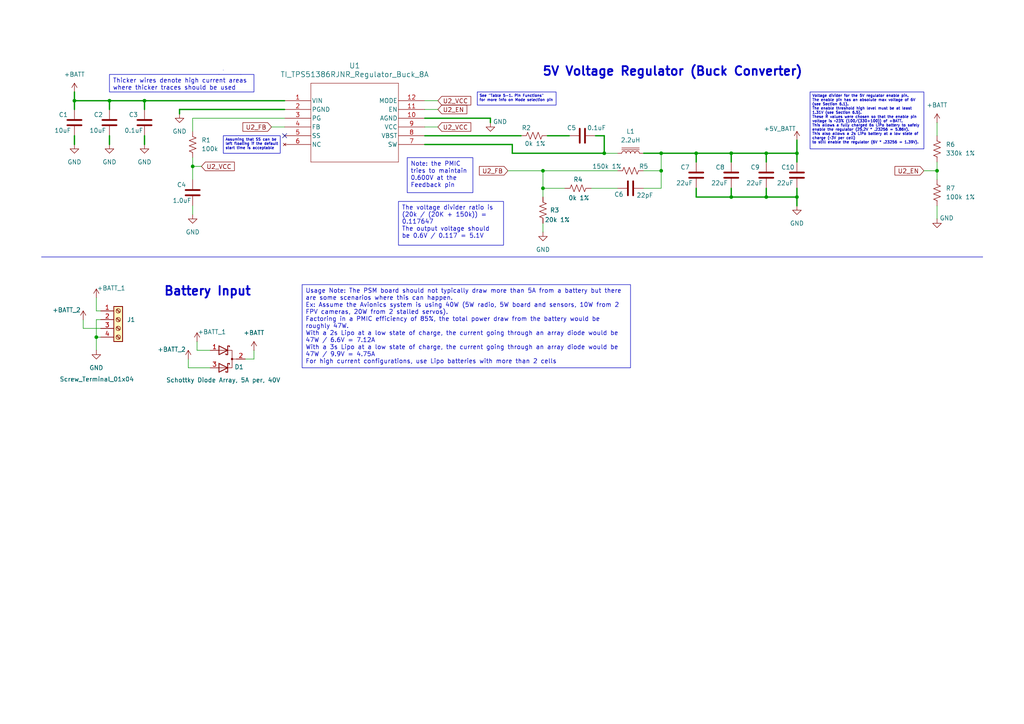
<source format=kicad_sch>
(kicad_sch (version 20231120) (generator "eeschema") (generator_version "8.0")
  (paper "A4")
  (lib_symbols
    (symbol "Connector:Screw_Terminal_01x04" (pin_names (offset 1.016) hide)
      (property "Reference" "J" (at 0 5.08 0))
      (property "Value" "Screw_Terminal_01x04" (at 0 -7.62 0))
      (symbol "Screw_Terminal_01x04_1_1"
        (rectangle (start -1.27 3.81) (end 1.27 -6.35) (stroke (width 0.254)) (fill (type background)))
        (circle (center 0 -5.08) (radius 0.635) (stroke (width 0.1524)))
        (circle (center 0 -2.54) (radius 0.635) (stroke (width 0.1524)))
        (polyline (pts (xy -0.5334 -4.7498) (xy 0.3302 -5.588)) (stroke (width 0.1524)))
        (polyline (pts (xy -0.5334 -2.2098) (xy 0.3302 -3.048)) (stroke (width 0.1524)))
        (polyline (pts (xy -0.5334 0.3302) (xy 0.3302 -0.508)) (stroke (width 0.1524)))
        (polyline (pts (xy -0.5334 2.8702) (xy 0.3302 2.032)) (stroke (width 0.1524)))
        (polyline (pts (xy -0.3556 -4.572) (xy 0.508 -5.4102)) (stroke (width 0.1524)))
        (polyline (pts (xy -0.3556 -2.032) (xy 0.508 -2.8702)) (stroke (width 0.1524)))
        (polyline (pts (xy -0.3556 0.508) (xy 0.508 -0.3302)) (stroke (width 0.1524)))
        (polyline (pts (xy -0.3556 3.048) (xy 0.508 2.2098)) (stroke (width 0.1524)))
        (circle (center 0 0) (radius 0.635) (stroke (width 0.1524)))
        (circle (center 0 2.54) (radius 0.635) (stroke (width 0.1524)))
        (pin passive line (at -5.08 2.54 0) (length 3.81) (name "Pin_1") (number "1"))
        (pin passive line (at -5.08 0 0) (length 3.81) (name "Pin_2") (number "2"))
        (pin passive line (at -5.08 -2.54 0) (length 3.81) (name "Pin_3") (number "3"))
        (pin passive line (at -5.08 -5.08 0) (length 3.81) (name "Pin_4") (number "4"))
      )
    )
    (symbol "Device:C" (pin_numbers hide) (pin_names (offset 0.254))
      (property "Reference" "C" (at 0.635 2.54 0))
      (property "Value" "C" (at 0.635 -2.54 0))
      (symbol "C_0_1"
        (polyline (pts (xy -2.032 -0.762) (xy 2.032 -0.762)) (stroke (width 0.508)))
        (polyline (pts (xy -2.032 0.762) (xy 2.032 0.762)) (stroke (width 0.508)))
      )
      (symbol "C_1_1"
        (pin passive line (at 0 3.81 270) (length 2.794) (name "~") (number "1"))
        (pin passive line (at 0 -3.81 90) (length 2.794) (name "~") (number "2"))
      )
    )
    (symbol "Device:D_Schottky_Dual_CommonCathode_AKA_Parallel" (pin_names (offset 0.762) hide)
      (property "Reference" "D" (at 0 5.08 0))
      (property "Value" "D_Schottky_Dual_CommonCathode_AKA_Parallel" (at 0 -5.08 0))
      (symbol "D_Schottky_Dual_CommonCathode_AKA_Parallel_0_1"
        (polyline (pts (xy 1.27 0) (xy 2.54 0)))
        (polyline (pts (xy -2.54 -2.54) (xy 1.27 -2.54) (xy 1.27 2.54) (xy -2.54 2.54)))
        (polyline (pts (xy -2.54 -1.27) (xy 0 -2.54) (xy -2.54 -3.81) (xy -2.54 -1.27) (xy -2.54 -1.27) (xy -2.54 -1.27)) (stroke (width 0.254)))
        (polyline (pts (xy -2.54 3.81) (xy 0 2.54) (xy -2.54 1.27) (xy -2.54 3.81) (xy -2.54 3.81) (xy -2.54 3.81)) (stroke (width 0.254)))
        (polyline (pts (xy 0.508 -1.524) (xy 0.508 -1.27) (xy 0 -1.27) (xy 0 -3.81) (xy -0.508 -3.81) (xy -0.508 -3.556)) (stroke (width 0.254)))
        (polyline (pts (xy 0.508 3.556) (xy 0.508 3.81) (xy 0 3.81) (xy 0 1.27) (xy -0.508 1.27) (xy -0.508 1.524)) (stroke (width 0.254)))
        (circle (center 1.27 0) (radius 0.254) (fill (type outline)))
        (pin passive line (at -5.08 2.54 0) (length 2.54) (name "A") (number "1"))
        (pin passive line (at 5.08 0 180) (length 2.54) (name "K") (number "2"))
        (pin passive line (at -5.08 -2.54 0) (length 2.54) (name "A") (number "3"))
      )
    )
    (symbol "Device:L_Iron" (pin_numbers hide) (pin_names (offset 1.016) hide)
      (property "Reference" "L" (at -1.27 0 90))
      (property "Value" "L_Iron" (at 2.794 0 90))
      (symbol "L_Iron_0_1"
        (arc (start 0 -2.54) (mid 0.6323 -1.905) (end 0 -1.27))
        (arc (start 0 -1.27) (mid 0.6323 -0.635) (end 0 0))
        (polyline (pts (xy 1.016 2.54) (xy 1.016 -2.54)))
        (polyline (pts (xy 1.524 -2.54) (xy 1.524 2.54)))
        (arc (start 0 0) (mid 0.6323 0.635) (end 0 1.27))
        (arc (start 0 1.27) (mid 0.6323 1.905) (end 0 2.54))
      )
      (symbol "L_Iron_1_1"
        (pin passive line (at 0 3.81 270) (length 1.27) (name "1") (number "1"))
        (pin passive line (at 0 -3.81 90) (length 1.27) (name "2") (number "2"))
      )
    )
    (symbol "Device:R_US" (pin_numbers hide) (pin_names (offset 0))
      (property "Reference" "R" (at 2.54 0 90))
      (property "Value" "R_US" (at -2.54 0 90))
      (symbol "R_US_0_1"
        (polyline (pts (xy 0 -2.286) (xy 0 -2.54)))
        (polyline (pts (xy 0 2.286) (xy 0 2.54)))
        (polyline (pts (xy 0 -0.762) (xy 1.016 -1.143) (xy 0 -1.524) (xy -1.016 -1.905) (xy 0 -2.286)))
        (polyline (pts (xy 0 0.762) (xy 1.016 0.381) (xy 0 0) (xy -1.016 -0.381) (xy 0 -0.762)))
        (polyline (pts (xy 0 2.286) (xy 1.016 1.905) (xy 0 1.524) (xy -1.016 1.143) (xy 0 0.762)))
      )
      (symbol "R_US_1_1"
        (pin passive line (at 0 3.81 270) (length 1.27) (name "~") (number "1"))
        (pin passive line (at 0 -3.81 90) (length 1.27) (name "~") (number "2"))
      )
    )
    (symbol "Imported_Symbols:TI_TPS51386RJNR_Regulator_Buck_8A" (pin_names (offset 0.254))
      (property "Reference" "U" (at 20.32 10.16 0))
      (property "Value" "TI_TPS51386RJNR_Regulator_Buck_8A" (at 20.32 7.62 0))
      (symbol "TI_TPS51386RJNR_Regulator_Buck_8A_0_1"
        (polyline (pts (xy 7.62 -17.78) (xy 33.02 -17.78)) (stroke (width 0.127)))
        (polyline (pts (xy 7.62 5.08) (xy 7.62 -17.78)) (stroke (width 0.127)))
        (polyline (pts (xy 33.02 -17.78) (xy 33.02 5.08)) (stroke (width 0.127)))
        (polyline (pts (xy 33.02 5.08) (xy 7.62 5.08)) (stroke (width 0.127)))
        (pin power_in line (at 0 0 0) (length 7.62) (name "VIN") (number "1"))
        (pin power_out line (at 40.64 -5.08 180) (length 7.62) (name "AGND") (number "10"))
        (pin input line (at 40.64 -2.54 180) (length 7.62) (name "EN") (number "11"))
        (pin input line (at 40.64 0 180) (length 7.62) (name "MODE") (number "12"))
        (pin power_out line (at 0 -2.54 0) (length 7.62) (name "PGND") (number "2"))
        (pin output line (at 0 -5.08 0) (length 7.62) (name "PG") (number "3"))
        (pin input line (at 0 -7.62 0) (length 7.62) (name "FB") (number "4"))
        (pin output line (at 0 -10.16 0) (length 7.62) (name "SS") (number "5"))
        (pin no_connect line (at 0 -12.7 0) (length 7.62) (name "NC") (number "6"))
        (pin output line (at 40.64 -12.7 180) (length 7.62) (name "SW") (number "7"))
        (pin input line (at 40.64 -10.16 180) (length 7.62) (name "VBST") (number "8"))
        (pin output line (at 40.64 -7.62 180) (length 7.62) (name "VCC") (number "9"))
      )
    )
    (symbol "power:+5V" (power) (pin_numbers hide) (pin_names (offset 0) hide)
      (property "Value" "+5V" (at 0 3.556 0))
      (symbol "+5V_0_1"
        (polyline (pts (xy -0.762 1.27) (xy 0 2.54)))
        (polyline (pts (xy 0 0) (xy 0 2.54)))
        (polyline (pts (xy 0 2.54) (xy 0.762 1.27)))
      )
      (symbol "+5V_1_1"
        (pin power_in line (at 0 0 90) (length 0) (name "~") (number "1"))
      )
    )
    (symbol "power:+BATT" (power) (pin_numbers hide) (pin_names (offset 0) hide)
      (property "Value" "+BATT" (at 0 3.556 0))
      (symbol "+BATT_0_1"
        (polyline (pts (xy -0.762 1.27) (xy 0 2.54)))
        (polyline (pts (xy 0 0) (xy 0 2.54)))
        (polyline (pts (xy 0 2.54) (xy 0.762 1.27)))
      )
      (symbol "+BATT_1_1"
        (pin power_in line (at 0 0 90) (length 0) (name "~") (number "1"))
      )
    )
    (symbol "power:GND" (power) (pin_numbers hide) (pin_names (offset 0) hide)
      (property "Value" "GND" (at 0 -3.81 0))
      (symbol "GND_0_1"
        (polyline (pts (xy 0 0) (xy 0 -1.27) (xy 1.27 -1.27) (xy 0 -2.54) (xy -1.27 -1.27) (xy 0 -1.27)))
      )
      (symbol "GND_1_1"
        (pin power_in line (at 0 0 270) (length 0) (name "~") (number "1"))
      )
    )
  )
  (junction (at 212.09 57.15))
  (junction (at 271.78 49.53))
  (junction (at 222.25 44.45))
  (junction (at 55.88 48.26))
  (junction (at 157.48 54.61))
  (junction (at 191.77 44.45))
  (junction (at 31.75 29.21))
  (junction (at 231.14 44.45))
  (junction (at 157.48 49.53))
  (junction (at 231.14 57.15))
  (junction (at 201.93 44.45))
  (junction (at 222.25 57.15))
  (junction (at 21.59 29.21))
  (junction (at 27.94 97.79))
  (junction (at 191.77 49.53))
  (junction (at 175.26 44.45))
  (junction (at 41.91 29.21))
  (junction (at 212.09 44.45))
  (no_connect (at 82.55 39.37))
  (wire (pts (xy 55.88 48.26) (xy 55.88 45.72)))
  (wire (pts (xy 21.59 26.67) (xy 21.59 29.21)) (stroke (width 0.381)))
  (wire (pts (xy 31.75 29.21) (xy 31.75 31.75)) (stroke (width 0.381)))
  (wire (pts (xy 271.78 46.99) (xy 271.78 49.53)))
  (wire (pts (xy 157.48 49.53) (xy 179.07 49.53)))
  (wire (pts (xy 41.91 31.75) (xy 41.91 29.21)) (stroke (width 0.381)))
  (wire (pts (xy 231.14 54.61) (xy 231.14 57.15)) (stroke (width 0.381)))
  (wire (pts (xy 148.59 41.91) (xy 148.59 44.45)) (stroke (width 0.381)))
  (wire (pts (xy 123.19 34.29) (xy 142.24 34.29)) (stroke (width 0.381)))
  (wire (pts (xy 171.45 54.61) (xy 179.07 54.61)))
  (wire (pts (xy 191.77 44.45) (xy 191.77 49.53)))
  (wire (pts (xy 222.25 57.15) (xy 231.14 57.15)) (stroke (width 0.381)))
  (wire (pts (xy 271.78 49.53) (xy 271.78 52.07)))
  (wire (pts (xy 55.88 48.26) (xy 58.42 48.26)))
  (wire (pts (xy 212.09 57.15) (xy 222.25 57.15)) (stroke (width 0.381)))
  (wire (pts (xy 123.19 41.91) (xy 148.59 41.91)) (stroke (width 0.381)))
  (wire (pts (xy 222.25 44.45) (xy 212.09 44.45)) (stroke (width 0.381)))
  (wire (pts (xy 21.59 29.21) (xy 21.59 31.75)) (stroke (width 0.381)))
  (wire (pts (xy 157.48 54.61) (xy 157.48 57.15)))
  (wire (pts (xy 73.66 104.14) (xy 73.66 101.6)))
  (wire (pts (xy 191.77 49.53) (xy 191.77 54.61)))
  (wire (pts (xy 78.74 36.83) (xy 82.55 36.83)))
  (wire (pts (xy 175.26 39.37) (xy 175.26 44.45)) (stroke (width 0.381)))
  (wire (pts (xy 201.93 44.45) (xy 201.93 46.99)) (stroke (width 0.381)))
  (wire (pts (xy 27.94 90.17) (xy 27.94 86.36)))
  (wire (pts (xy 71.12 104.14) (xy 73.66 104.14)))
  (wire (pts (xy 21.59 39.37) (xy 21.59 41.91)) (stroke (width 0.381)))
  (wire (pts (xy 212.09 46.99) (xy 212.09 44.45)) (stroke (width 0.381)))
  (wire (pts (xy 201.93 54.61) (xy 201.93 57.15)) (stroke (width 0.381)))
  (wire (pts (xy 60.96 101.6) (xy 57.15 101.6)))
  (wire (pts (xy 29.21 90.17) (xy 27.94 90.17)))
  (wire (pts (xy 82.55 34.29) (xy 55.88 34.29)))
  (wire (pts (xy 55.88 59.69) (xy 55.88 62.23)))
  (wire (pts (xy 123.19 39.37) (xy 151.13 39.37)) (stroke (width 0.381)))
  (wire (pts (xy 24.13 95.25) (xy 24.13 92.71)))
  (wire (pts (xy 147.32 49.53) (xy 157.48 49.53)))
  (wire (pts (xy 55.88 34.29) (xy 55.88 38.1)))
  (wire (pts (xy 27.94 92.71) (xy 27.94 97.79)))
  (wire (pts (xy 27.94 97.79) (xy 29.21 97.79)))
  (wire (pts (xy 148.59 44.45) (xy 175.26 44.45)) (stroke (width 0.381)))
  (wire (pts (xy 54.61 106.68) (xy 54.61 104.14)))
  (wire (pts (xy 231.14 57.15) (xy 231.14 59.69)) (stroke (width 0.381)))
  (wire (pts (xy 157.48 54.61) (xy 157.48 49.53)))
  (wire (pts (xy 157.48 64.77) (xy 157.48 67.31)))
  (wire (pts (xy 201.93 57.15) (xy 212.09 57.15)) (stroke (width 0.381)))
  (wire (pts (xy 60.96 106.68) (xy 54.61 106.68)))
  (wire (pts (xy 142.24 34.29) (xy 142.24 35.56)) (stroke (width 0.381)))
  (wire (pts (xy 191.77 49.53) (xy 186.69 49.53)))
  (wire (pts (xy 27.94 97.79) (xy 27.94 101.6)))
  (wire (pts (xy 212.09 54.61) (xy 212.09 57.15)) (stroke (width 0.381)))
  (wire (pts (xy 222.25 54.61) (xy 222.25 57.15)) (stroke (width 0.381)))
  (wire (pts (xy 123.19 36.83) (xy 127 36.83)))
  (wire (pts (xy 41.91 39.37) (xy 41.91 41.91)) (stroke (width 0.381)))
  (wire (pts (xy 231.14 46.99) (xy 231.14 44.45)) (stroke (width 0.381)))
  (wire (pts (xy 175.26 44.45) (xy 179.07 44.45)))
  (wire (pts (xy 41.91 29.21) (xy 82.55 29.21)) (stroke (width 0.381)))
  (wire (pts (xy 123.19 29.21) (xy 127 29.21)))
  (wire (pts (xy 271.78 35.56) (xy 271.78 39.37)))
  (wire (pts (xy 186.69 44.45) (xy 191.77 44.45)) (stroke (width 0.381)))
  (wire (pts (xy 271.78 59.69) (xy 271.78 63.5)))
  (wire (pts (xy 52.07 31.75) (xy 52.07 33.02)) (stroke (width 0.381)))
  (wire (pts (xy 267.97 49.53) (xy 271.78 49.53)))
  (wire (pts (xy 29.21 95.25) (xy 24.13 95.25)))
  (wire (pts (xy 222.25 46.99) (xy 222.25 44.45)) (stroke (width 0.381)))
  (wire (pts (xy 31.75 29.21) (xy 41.91 29.21)) (stroke (width 0.381)))
  (wire (pts (xy 29.21 92.71) (xy 27.94 92.71)))
  (wire (pts (xy 212.09 44.45) (xy 201.93 44.45)) (stroke (width 0.381)))
  (wire (pts (xy 57.15 101.6) (xy 57.15 99.06)))
  (wire (pts (xy 82.55 31.75) (xy 52.07 31.75)) (stroke (width 0.381)))
  (wire (pts (xy 231.14 44.45) (xy 222.25 44.45)) (stroke (width 0.381)))
  (wire (pts (xy 158.75 39.37) (xy 165.1 39.37)) (stroke (width 0.381)))
  (wire (pts (xy 55.88 52.07) (xy 55.88 48.26)))
  (polyline (pts (xy 284.9796 74.5196) (xy 284.9796 74.5311)))
  (polyline (pts (xy 12.0233 74.5311) (xy 284.9796 74.5311)))
  (wire (pts (xy 163.83 54.61) (xy 157.48 54.61)))
  (wire (pts (xy 31.75 29.21) (xy 21.59 29.21)) (stroke (width 0.381)))
  (wire (pts (xy 31.75 39.37) (xy 31.75 41.91)) (stroke (width 0.381)))
  (wire (pts (xy 123.19 31.75) (xy 127 31.75)))
  (wire (pts (xy 191.77 44.45) (xy 201.93 44.45)) (stroke (width 0.381)))
  (wire (pts (xy 172.72 39.37) (xy 175.26 39.37)) (stroke (width 0.381)))
  (wire (pts (xy 191.77 54.61) (xy 186.69 54.61)))
  (wire (pts (xy 231.14 40.64) (xy 231.14 44.45)) (stroke (width 0.381)))
  (text_box "" (at 63.5 21.59 0) (size 0 0) (effects (font (size 0.762 0.762)) (justify left top)))
  (text_box "Thicker wires denote high current areas where thicker traces should be used" (at 31.75 21.59 0) (size 41.91 5.08) (effects (font (size 1.27 1.27)) (justify left top)))
  (text_box "See \"Table 5-1. Pin Functions\"\nfor more info on Mode selection pin" (at 138.43 26.67 0) (size 22.86 3.81) (effects (font (size 0.762 0.762)) (justify left top)))
  (text_box "Voltage divider for the 5V regulator enable pin.\nThe enable pin has an absolute max voltage of 6V (see Section 6.1).\nThe enable threshold high level must be at least 1.31V (see Section 6.5).\nThese R values were chosen so that the enable pin voltage is ~23% (100/(330+100)) of +BATT.\nThis allows a fully charged 6s LiPo battery to safely enable the regulator (25.2V * .23256 = 5.86V).\nThis also allows a 2s LiPo battery at a low state of charge (~3V per cell)\nto still enable the regulator (6V * .23256 = 1.39V)." (at 234.95 26.67 0) (size 33.02 16.51) (effects (font (size 0.762 0.762)) (justify left top)))
  (text_box "" (at 64.77 20.32 0) (size 0 0) (effects (font (size 0.762 0.762)) (justify left top)))
  (text_box "" (at 69.85 21.59 0) (size 0 0) (effects (font (size 0.762 0.762)) (justify left top)))
  (text_box "The voltage divider ratio is (20k / (20K + 150k)) = 0.117647\nThe output voltage should be 0.6V / 0.117 = 5.1V" (at 115.57 58.42 0) (size 30.48 12.7) (effects (font (size 1.27 1.27)) (justify left top)))
  (text_box "Note: the PMIC tries to maintain 0.600V at the Feedback pin" (at 118.11 45.72 0) (size 19.05 10.16) (effects (font (size 1.27 1.27)) (justify left top)))
  (text_box "Assuming that SS can be left floating if the default start time is acceptable" (at 64.77 39.37 0) (size 16.51 5.08) (effects (font (size 0.762 0.762)) (justify left top)))
  (text_box "Usage Note: The PSM board should not typically draw more than 5A from a battery but there are some scenarios where this can happen.\nEx: Assume the Avionics system is using 40W (5W radio, 5W board and sensors, 10W from 2 FPV cameras, 20W from 2 stalled servos).\nFactoring in a PMIC efficiency of 85%, the total power draw from the battery would be roughly 47W.\nWith a 2s Lipo at a low state of charge, the current going through an array diode would be 47W / 6.6V = 7.12A\nWith a 3s Lipo at a low state of charge, the current going through an array diode would be 47W / 9.9V = 4.75A\nFor high current configurations, use Lipo batteries with more than 2 cells\n" (at 87.63 82.55 0) (size 95.25 24.13) (effects (font (size 1.27 1.27)) (justify left top)))
  (text "5V Voltage Regulator (Buck Converter)" (at 195.072 20.828 0) (effects (font (size 2.54 2.54) (thickness 0.508) (bold yes))))
  (text "Battery Input" (at 60.198 84.582 0) (effects (font (size 2.54 2.54) (thickness 0.508) (bold yes))))
  (global_label "U2_VCC" (shape input) (at 127 36.83 0) (property "Intersheetrefs" "${INTERSHEET_REFS}" (effects (hide yes))))
  (global_label "U2_VCC" (shape input) (at 127 29.21 0) (property "Intersheetrefs" "${INTERSHEET_REFS}" (effects (hide yes))))
  (global_label "U2_EN" (shape input) (at 267.97 49.53 180) (property "Intersheetrefs" "${INTERSHEET_REFS}" (effects (hide yes))))
  (global_label "U2_FB" (shape input) (at 78.74 36.83 180) (property "Intersheetrefs" "${INTERSHEET_REFS}" (effects (hide yes))))
  (global_label "U2_FB" (shape input) (at 147.32 49.53 180) (property "Intersheetrefs" "${INTERSHEET_REFS}" (effects (hide yes))))
  (global_label "U2_EN" (shape input) (at 127 31.75 0) (property "Intersheetrefs" "${INTERSHEET_REFS}" (effects (hide yes))))
  (global_label "U2_VCC" (shape input) (at 58.42 48.26 0) (property "Intersheetrefs" "${INTERSHEET_REFS}" (effects (hide yes))))
  (symbol (lib_id "power:+BATT") (at 21.59 26.67 0) (unit 1)
    (property "Reference" "#PWR01" (effects (hide yes)))
    (property "Value" "+BATT" (at 21.59 21.59 0))
    (property "Description" "Power symbol creates a global label with name \"+BATT\"" (effects (hide yes)))
  )
  (symbol (lib_id "Device:R_US") (at 271.78 43.18 0) (unit 1)
    (property "Reference" "R6" (at 274.32 41.9099 0) (effects (justify left)))
    (property "Value" "330k 1%" (at 274.32 44.4499 0) (effects (justify left)))
    (property "Footprint" "Resistor_SMD:R_0603_1608Metric" (effects (hide yes)))
    (property "Description" "Resistor, US symbol" (effects (hide yes)))
  )
  (symbol (lib_id "power:+BATT") (at 271.78 35.56 0) (unit 1)
    (property "Reference" "#PWR011" (effects (hide yes)))
    (property "Value" "+BATT" (at 271.78 30.48 0))
    (property "Description" "Power symbol creates a global label with name \"+BATT\"" (effects (hide yes)))
  )
  (symbol (lib_id "Device:C") (at 212.09 50.8 0) (unit 1)
    (property "Reference" "C8" (at 207.518 48.514 0) (effects (justify left)))
    (property "Value" "22uF" (at 206.248 53.086 0) (effects (justify left)))
    (property "Footprint" "Capacitor_SMD:C_1206_3216Metric" (effects (hide yes)))
    (property "Description" "Unpolarized capacitor" (effects (hide yes)))
  )
  (symbol (lib_id "Device:R_US") (at 271.78 55.88 0) (unit 1)
    (property "Reference" "R7" (at 274.32 54.6099 0) (effects (justify left)))
    (property "Value" "100k 1%" (at 274.32 57.1499 0) (effects (justify left)))
    (property "Footprint" "Resistor_SMD:R_0603_1608Metric" (effects (hide yes)))
    (property "Description" "Resistor, US symbol" (effects (hide yes)))
  )
  (symbol (lib_id "Device:D_Schottky_Dual_CommonCathode_AKA_Parallel") (at 66.04 104.14 0) (unit 1)
    (property "Reference" "D1" (at 69.342 106.426 0))
    (property "Value" "Schottky Diode Array, 5A per, 40V" (at 64.77 110.236 0))
    (property "Footprint" "Imported_Footprints:PDS1040CTL-13_PowerDI-5" (effects (hide yes)))
    (property "Datasheet" "https://www.digikey.com/en/products/detail/diodes-incorporated/PDS1040CTL-13/717933" (effects (hide yes)))
    (property "Description" "PDS1040CTL-13 Schottky Diode Array, 5A per, 40V, Diodes Incorporated" (effects (hide yes)))
  )
  (symbol (lib_id "Device:C") (at 201.93 50.8 0) (unit 1)
    (property "Reference" "C7" (at 197.358 48.514 0) (effects (justify left)))
    (property "Value" "22uF" (at 196.088 53.086 0) (effects (justify left)))
    (property "Footprint" "Capacitor_SMD:C_1206_3216Metric" (effects (hide yes)))
    (property "Description" "Unpolarized capacitor" (effects (hide yes)))
  )
  (symbol (lib_id "power:GND") (at 52.07 33.02 0) (unit 1)
    (property "Reference" "#PWR05" (effects (hide yes)))
    (property "Value" "GND" (at 52.07 38.1 0))
    (property "Description" "Power symbol creates a global label with name \"GND\" , ground" (effects (hide yes)))
  )
  (symbol (lib_id "Device:R_US") (at 157.48 60.96 180) (unit 1)
    (property "Reference" "R3" (at 159.512 60.96 0) (effects (justify right)))
    (property "Value" "20k 1%" (at 157.988 63.754 0) (effects (justify right)))
    (property "Footprint" "Resistor_SMD:R_0603_1608Metric" (effects (hide yes)))
    (property "Description" "Resistor, US symbol" (effects (hide yes)))
  )
  (symbol (lib_id "Device:C") (at 21.59 35.56 0) (unit 1)
    (property "Reference" "C1" (at 17.018 33.274 0) (effects (justify left)))
    (property "Value" "10uF" (at 15.748 37.846 0) (effects (justify left)))
    (property "Footprint" "Capacitor_SMD:C_1206_3216Metric" (effects (hide yes)))
    (property "Description" "High quality X5R or X7R capacitors recommended" (effects (hide yes)))
  )
  (symbol (lib_id "power:GND") (at 231.14 59.69 0) (unit 1)
    (property "Reference" "#PWR010" (effects (hide yes)))
    (property "Value" "GND" (at 231.14 64.77 0))
    (property "Description" "Power symbol creates a global label with name \"GND\" , ground" (effects (hide yes)))
  )
  (symbol (lib_id "Device:C") (at 55.88 55.88 0) (unit 1)
    (property "Reference" "C4" (at 51.308 53.594 0) (effects (justify left)))
    (property "Value" "1.0uF" (at 50.038 58.166 0) (effects (justify left)))
    (property "Footprint" "Capacitor_SMD:C_0603_1608Metric" (effects (hide yes)))
    (property "Description" "Unpolarized capacitor" (effects (hide yes)))
  )
  (symbol (lib_id "power:+BATT") (at 54.61 104.14 0) (unit 1)
    (property "Reference" "#PWR016" (effects (hide yes)))
    (property "Value" "+BATT_2" (at 49.784 101.346 0))
    (property "Description" "Power symbol creates a global label with name \"+BATT\"" (effects (hide yes)))
  )
  (symbol (lib_id "Connector:Screw_Terminal_01x04") (at 34.29 92.71 0) (unit 1)
    (property "Reference" "J1" (at 36.83 92.7099 0) (effects (justify left)))
    (property "Value" "Screw_Terminal_01x04" (at 17.272 109.982 0) (effects (justify left)))
    (property "Footprint" "TerminalBlock_Phoenix:TerminalBlock_Phoenix_PT-1,5-4-5.0-H_1x04_P5.00mm_Horizontal" (effects (hide yes)))
    (property "Description" "Generic screw terminal, single row, 01x04, script generated (kicad-library-utils/schlib/autogen/connector/)" (effects (hide yes)))
  )
  (symbol (lib_id "power:+BATT") (at 57.15 99.06 0) (unit 1)
    (property "Reference" "#PWR017" (effects (hide yes)))
    (property "Value" "+BATT_1" (at 61.468 96.266 0))
    (property "Description" "Power symbol creates a global label with name \"+BATT\"" (effects (hide yes)))
  )
  (symbol (lib_id "Imported_Symbols:TI_TPS51386RJNR_Regulator_Buck_8A") (at 82.55 29.21 0) (unit 1)
    (property "Reference" "U1" (at 102.87 19.05 0) (effects (font (size 1.524 1.524))))
    (property "Value" "TI_TPS51386RJNR_Regulator_Buck_8A" (at 102.87 21.59 0) (effects (font (size 1.524 1.524))))
    (property "Footprint" "Imported_Footprints:TI_TPS51386RJNR_VQFN-HR_REG_BUCK_8A" (effects (hide yes)))
    (property "Datasheet" "https://www.digikey.com/en/products/detail/texas-instruments/TPS51386RJNR/21521221" (effects (hide yes)))
    (property "Description" "Buck Switching Regulator IC Positive Adjustable 0.6-5.5V Output, 8A, 4.5-24V (28V abs max) input" (effects (hide yes)))
  )
  (symbol (lib_id "Device:C") (at 31.75 35.56 0) (unit 1)
    (property "Reference" "C2" (at 27.178 33.274 0) (effects (justify left)))
    (property "Value" "10uF" (at 25.908 37.846 0) (effects (justify left)))
    (property "Footprint" "Capacitor_SMD:C_1206_3216Metric" (effects (hide yes)))
    (property "Description" "High quality X5R or X7R capacitors recommended" (effects (hide yes)))
  )
  (symbol (lib_id "Device:R_US") (at 154.94 39.37 90) (unit 1)
    (property "Reference" "R2" (at 152.654 37.084 90))
    (property "Value" "0k 1%" (at 155.194 41.656 90))
    (property "Footprint" "Resistor_SMD:R_0603_1608Metric" (effects (hide yes)))
    (property "Description" "Resistor, US symbol" (effects (hide yes)))
  )
  (symbol (lib_id "power:+BATT") (at 27.94 86.36 0) (unit 1)
    (property "Reference" "#PWR014" (effects (hide yes)))
    (property "Value" "+BATT_1" (at 32.258 83.566 0))
    (property "Description" "Power symbol creates a global label with name \"+BATT\"" (effects (hide yes)))
  )
  (symbol (lib_id "power:+5V") (at 231.14 40.64 0) (unit 1)
    (property "Reference" "#PWR09" (effects (hide yes)))
    (property "Value" "+5V_BATT" (at 221.488 37.338 0) (effects (justify left)))
    (property "Description" "Power symbol creates a global label with name \"+5V\"" (effects (hide yes)))
  )
  (symbol (lib_id "Device:C") (at 222.25 50.8 0) (unit 1)
    (property "Reference" "C9" (at 217.678 48.514 0) (effects (justify left)))
    (property "Value" "22uF" (at 216.408 53.086 0) (effects (justify left)))
    (property "Footprint" "Capacitor_SMD:C_1206_3216Metric" (effects (hide yes)))
    (property "Description" "Unpolarized capacitor" (effects (hide yes)))
  )
  (symbol (lib_id "power:GND") (at 142.24 35.56 0) (unit 1)
    (property "Reference" "#PWR07" (effects (hide yes)))
    (property "Value" "GND" (at 145.034 35.306 0))
    (property "Description" "Power symbol creates a global label with name \"GND\" , ground" (effects (hide yes)))
  )
  (symbol (lib_id "Device:R_US") (at 167.64 54.61 90) (unit 1)
    (property "Reference" "R4" (at 167.64 52.07 90))
    (property "Value" "0k 1%" (at 167.894 57.404 90))
    (property "Footprint" "Resistor_SMD:R_0603_1608Metric" (effects (hide yes)))
    (property "Description" "Resistor, US symbol" (effects (hide yes)))
  )
  (symbol (lib_id "Device:C") (at 41.91 35.56 0) (unit 1)
    (property "Reference" "C3" (at 37.338 33.274 0) (effects (justify left)))
    (property "Value" "0.1uF" (at 36.068 37.846 0) (effects (justify left)))
    (property "Footprint" "Capacitor_SMD:C_0603_1608Metric" (effects (hide yes)))
    (property "Description" "Unpolarized capacitor" (effects (hide yes)))
  )
  (symbol (lib_id "Device:C") (at 168.91 39.37 90) (unit 1)
    (property "Reference" "C5" (at 167.132 37.084 90) (effects (justify left)))
    (property "Value" "0.1uF" (at 175.768 37.084 90) (effects (justify left)))
    (property "Footprint" "Capacitor_SMD:C_0603_1608Metric" (effects (hide yes)))
    (property "Description" "Unpolarized capacitor" (effects (hide yes)))
  )
  (symbol (lib_id "power:+BATT") (at 24.13 92.71 0) (unit 1)
    (property "Reference" "#PWR013" (effects (hide yes)))
    (property "Value" "+BATT_2" (at 19.304 89.916 0))
    (property "Description" "Power symbol creates a global label with name \"+BATT\"" (effects (hide yes)))
  )
  (symbol (lib_id "power:+BATT") (at 73.66 101.6 0) (unit 1)
    (property "Reference" "#PWR018" (effects (hide yes)))
    (property "Value" "+BATT" (at 73.66 96.52 0))
    (property "Description" "Power symbol creates a global label with name \"+BATT\"" (effects (hide yes)))
  )
  (symbol (lib_id "Device:R_US") (at 182.88 49.53 90) (unit 1)
    (property "Reference" "R5" (at 186.69 48.26 90))
    (property "Value" "150k 1%" (at 176.022 48.26 90))
    (property "Footprint" "Resistor_SMD:R_0603_1608Metric" (effects (hide yes)))
    (property "Description" "Resistor, US symbol" (effects (hide yes)))
  )
  (symbol (lib_id "power:GND") (at 157.48 67.31 0) (unit 1)
    (property "Reference" "#PWR08" (effects (hide yes)))
    (property "Value" "GND" (at 157.48 72.39 0))
    (property "Description" "Power symbol creates a global label with name \"GND\" , ground" (effects (hide yes)))
  )
  (symbol (lib_id "power:GND") (at 55.88 62.23 0) (unit 1)
    (property "Reference" "#PWR06" (effects (hide yes)))
    (property "Value" "GND" (at 55.88 67.31 0))
    (property "Description" "Power symbol creates a global label with name \"GND\" , ground" (effects (hide yes)))
  )
  (symbol (lib_id "power:GND") (at 27.94 101.6 0) (unit 1)
    (property "Reference" "#PWR015" (effects (hide yes)))
    (property "Value" "GND" (at 27.94 106.68 0))
    (property "Description" "Power symbol creates a global label with name \"GND\" , ground" (effects (hide yes)))
  )
  (symbol (lib_id "power:GND") (at 21.59 41.91 0) (unit 1)
    (property "Reference" "#PWR02" (effects (hide yes)))
    (property "Value" "GND" (at 21.59 46.99 0))
    (property "Description" "Power symbol creates a global label with name \"GND\" , ground" (effects (hide yes)))
  )
  (symbol (lib_id "Device:C") (at 182.88 54.61 90) (unit 1)
    (property "Reference" "C6" (at 180.848 56.388 90) (effects (justify left)))
    (property "Value" "22pF" (at 189.484 56.642 90) (effects (justify left)))
    (property "Footprint" "Capacitor_SMD:C_0603_1608Metric" (effects (hide yes)))
    (property "Description" "Unpolarized capacitor" (effects (hide yes)))
  )
  (symbol (lib_id "power:GND") (at 41.91 41.91 0) (unit 1)
    (property "Reference" "#PWR04" (effects (hide yes)))
    (property "Value" "GND" (at 41.91 46.99 0))
    (property "Description" "Power symbol creates a global label with name \"GND\" , ground" (effects (hide yes)))
  )
  (symbol (lib_id "Device:R_US") (at 55.88 41.91 0) (unit 1)
    (property "Reference" "R1" (at 58.42 40.6399 0) (effects (justify left)))
    (property "Value" "100k" (at 58.42 43.1799 0) (effects (justify left)))
    (property "Footprint" "Resistor_SMD:R_0603_1608Metric" (effects (hide yes)))
    (property "Description" "Resistor, US symbol" (effects (hide yes)))
  )
  (symbol (lib_id "Device:L_Iron") (at 182.88 44.45 90) (unit 1)
    (property "Reference" "L1" (at 182.88 38.1 90))
    (property "Value" "2.2uH" (at 182.88 40.64 90))
    (property "Footprint" "Inductor_SMD:L_Coilcraft_XAL6060-XXX" (effects (hide yes)))
    (property "Datasheet" "https://www.coilcraft.com/en-us/products/power/shielded-inductors/molded-inductor/xgl/#/" (effects (hide yes)))
    (property "Description" "XGL6060-222MEC Inductor - Isat 16A, Irms 20.7A, 80V, 6.91 x 6.71 x 6.1 mm. Coilcraft XGL and XAL series are pad compatible" (effects (hide yes)))
    (property "Datasheet 2" "https://www.coilcraft.com/en-us/products/power/shielded-inductors/molded-inductor/xal/#/" (effects (hide yes)))
  )
  (symbol (lib_id "Device:C") (at 231.14 50.8 0) (unit 1)
    (property "Reference" "C10" (at 226.568 48.514 0) (effects (justify left)))
    (property "Value" "22uF" (at 225.298 53.086 0) (effects (justify left)))
    (property "Footprint" "Capacitor_SMD:C_1206_3216Metric" (effects (hide yes)))
    (property "Description" "Unpolarized capacitor" (effects (hide yes)))
  )
  (symbol (lib_id "power:GND") (at 271.78 63.5 0) (unit 1)
    (property "Reference" "#PWR012" (effects (hide yes)))
    (property "Value" "GND" (at 274.574 63.246 0))
    (property "Description" "Power symbol creates a global label with name \"GND\" , ground" (effects (hide yes)))
  )
  (symbol (lib_id "power:GND") (at 31.75 41.91 0) (unit 1)
    (property "Reference" "#PWR03" (effects (hide yes)))
    (property "Value" "GND" (at 31.75 46.99 0))
    (property "Description" "Power symbol creates a global label with name \"GND\" , ground" (effects (hide yes)))
  )
)
</source>
